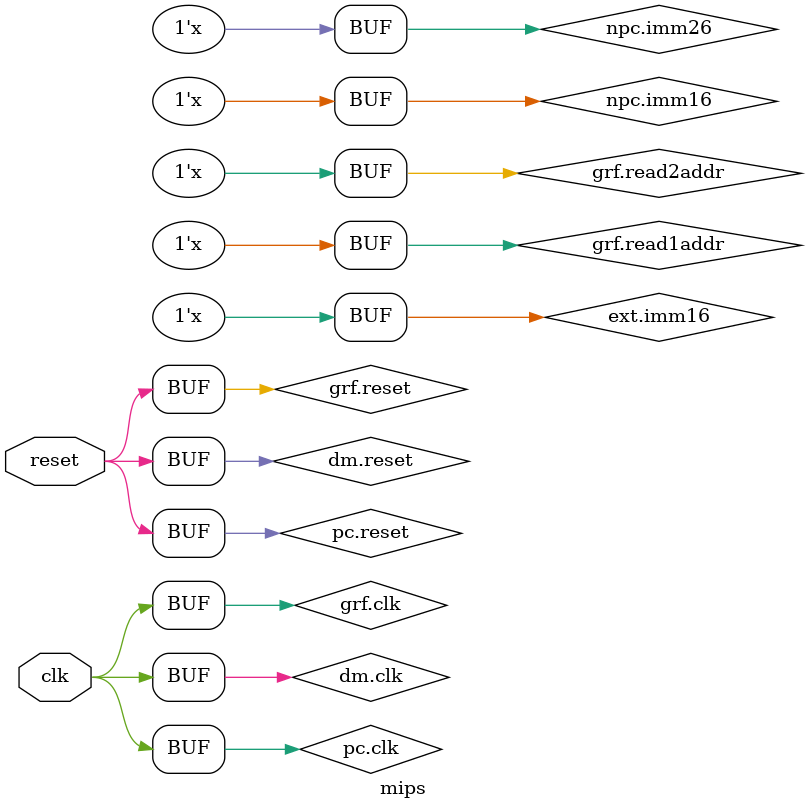
<source format=v>
`timescale 1ns / 1ps

module mips(
    input clk,
    input reset
    );
    PC pc();
    NPC npc();
    IM im();
    GRF grf();
    EXT ext();
    ALU alu();
    DM dm();
    Controller controller();
    
    assign pc.clk = clk;
    assign pc.reset = reset;
    assign pc.addrIn = npc.PCnext;
    
    assign npc.NPCop = controller.NPCop;
    assign npc.addrIn = pc.addrOut;
    assign npc.branch = alu.branchSig;
    assign npc.imm16 = im.instruction[15:0];
    assign npc.retAddr = grf.read1data;
    assign npc.imm26 = im.instruction[25:0];
    
    assign im.address = pc.addrOut;
    
    assign grf.clk = clk;
    assign grf.reset = reset;
    assign grf.writable = controller.GRFwr;
    assign grf.read1addr = im.instruction[25:21];
    assign grf.read2addr = im.instruction[20:16];
    assign grf.writeAddr = (controller.GRFaddrOp == 0) ? im.instruction[20:16] :
                           (controller.GRFaddrOp == 1) ? im.instruction[15:11] :
                           (controller.GRFaddrOp == 2) ? 31 :
                           0;
    assign grf.writeData = (controller.GRFdataOp == 0) ? alu.C :
                           (controller.GRFdataOp == 1) ? dm.dataOut :
                           (controller.GRFdataOp == 2) ? npc.PCplus4 :
                           0;
    assign grf.PC = pc.addrOut;
    
    assign ext.EXTop = controller.EXTop;
    assign ext.imm16 = im.instruction[15:0];
    
    assign alu.ALUop = controller.ALUop;
    assign alu.A = (controller.ALUAop == 0) ? grf.read1data :
                   (controller.ALUAop == 1) ? im.instruction[10:6] :
                   0;
    assign alu.B = (controller.ALUBop == 0) ? grf.read2data :
                   (controller.ALUBop == 1) ? ext.ext32 :
                   0;
    
    assign dm.clk = clk;
    assign dm.reset = reset;
    assign dm.writable = controller.DMwr;
    assign dm.storeOp = controller.DMstoreOp;
    assign dm.loadOp = controller.DMloadOp;
    assign dm.address = alu.C;
    assign dm.dataIn = grf.read2data;
    assign dm.PC = pc.addrOut;
    
    assign controller.instruction = im.instruction;
    
endmodule

</source>
